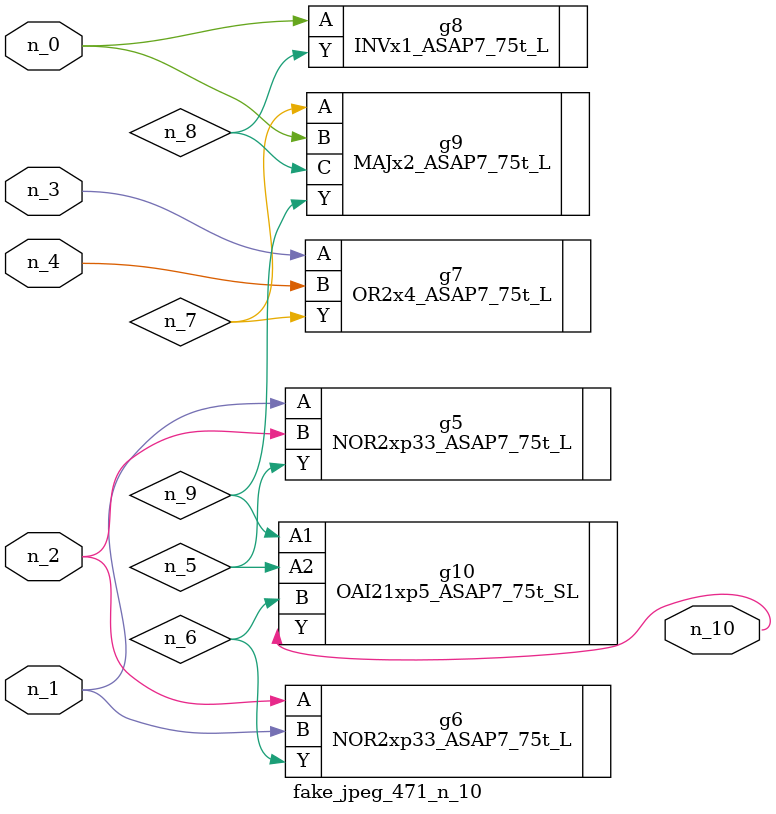
<source format=v>
module fake_jpeg_471_n_10 (n_3, n_2, n_1, n_0, n_4, n_10);

input n_3;
input n_2;
input n_1;
input n_0;
input n_4;

output n_10;

wire n_8;
wire n_9;
wire n_6;
wire n_5;
wire n_7;

NOR2xp33_ASAP7_75t_L g5 ( 
.A(n_1),
.B(n_2),
.Y(n_5)
);

NOR2xp33_ASAP7_75t_L g6 ( 
.A(n_2),
.B(n_1),
.Y(n_6)
);

OR2x4_ASAP7_75t_L g7 ( 
.A(n_3),
.B(n_4),
.Y(n_7)
);

INVx1_ASAP7_75t_L g8 ( 
.A(n_0),
.Y(n_8)
);

MAJx2_ASAP7_75t_L g9 ( 
.A(n_7),
.B(n_0),
.C(n_8),
.Y(n_9)
);

OAI21xp5_ASAP7_75t_SL g10 ( 
.A1(n_9),
.A2(n_5),
.B(n_6),
.Y(n_10)
);


endmodule
</source>
